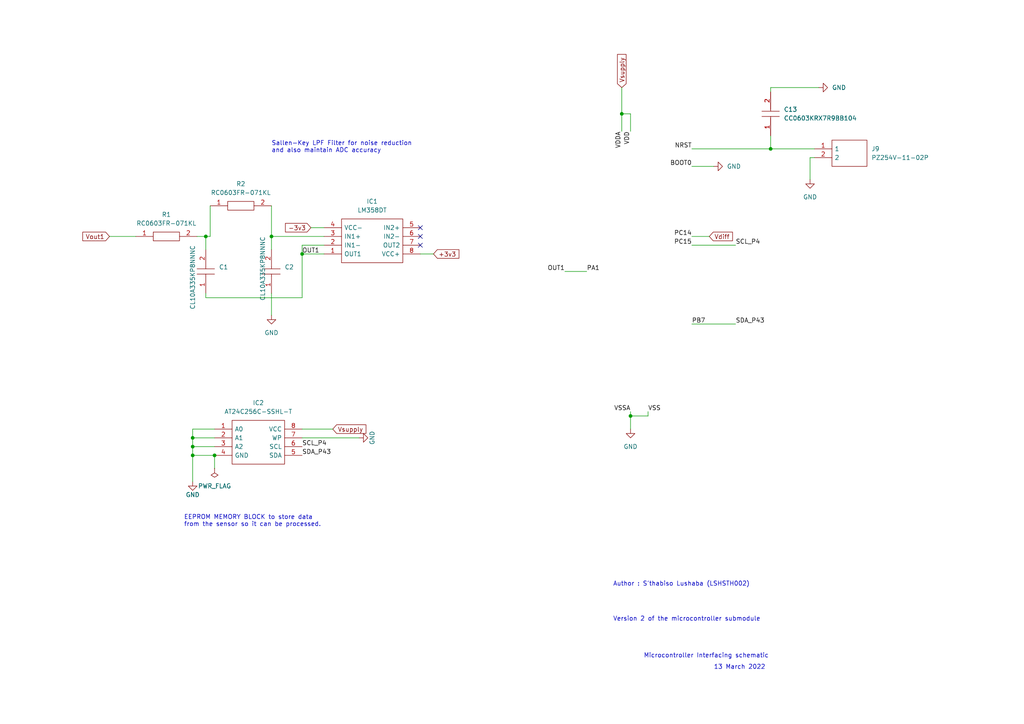
<source format=kicad_sch>
(kicad_sch (version 20211123) (generator eeschema)
  (paper "A4")
  (lib_symbols
    (symbol "SamacSys_Parts:LM358DT" (pin_names (offset 0.762))
      (property "Reference" "IC" (at 24.13 7.62 0))
      (property "Value" "LM358DT" (at 24.13 5.08 0))
      (symbol "LM358DT_0_0"
        (pin passive line (at 0 0 0) (length 5.08) (name "OUT1") (number "1"))
        (pin passive line (at 0 -2.54 0) (length 5.08) (name "IN1-") (number "2"))
        (pin passive line (at 0 -5.08 0) (length 5.08) (name "IN1+") (number "3"))
        (pin passive line (at 0 -7.62 0) (length 5.08) (name "VCC-") (number "4"))
        (pin passive line (at 27.94 -7.62 180) (length 5.08) (name "IN2+") (number "5"))
        (pin passive line (at 27.94 -5.08 180) (length 5.08) (name "IN2-") (number "6"))
        (pin passive line (at 27.94 -2.54 180) (length 5.08) (name "OUT2") (number "7"))
        (pin passive line (at 27.94 0 180) (length 5.08) (name "VCC+") (number "8"))
      )
      (symbol "LM358DT_0_1"
        (polyline (pts (xy 5.08 2.54) (xy 22.86 2.54) (xy 22.86 -10.16) (xy 5.08 -10.16) (xy 5.08 2.54)) (stroke (width 0.1524)))
      )
    )
    (symbol "SamacSys_Parts_Microcontroller:AT24C256C-SSHL-T" (pin_names (offset 0.762))
      (property "Reference" "IC" (at 21.59 7.62 0))
      (property "Value" "AT24C256C-SSHL-T" (at 21.59 5.08 0))
      (symbol "AT24C256C-SSHL-T_0_0"
        (pin passive line (at 0 0 0) (length 5.08) (name "A0") (number "1"))
        (pin passive line (at 0 -2.54 0) (length 5.08) (name "A1") (number "2"))
        (pin passive line (at 0 -5.08 0) (length 5.08) (name "A2") (number "3"))
        (pin power_in line (at 0 -7.62 0) (length 5.08) (name "GND") (number "4"))
        (pin passive line (at 25.4 -7.62 180) (length 5.08) (name "SDA") (number "5"))
        (pin passive line (at 25.4 -5.08 180) (length 5.08) (name "SCL") (number "6"))
        (pin passive line (at 25.4 -2.54 180) (length 5.08) (name "WP") (number "7"))
        (pin power_in line (at 25.4 0 180) (length 5.08) (name "VCC") (number "8"))
      )
      (symbol "AT24C256C-SSHL-T_0_1"
        (polyline (pts (xy 5.08 2.54) (xy 20.32 2.54) (xy 20.32 -10.16) (xy 5.08 -10.16) (xy 5.08 2.54)) (stroke (width 0.1524)))
      )
    )
    (symbol "SamacSys_Parts_Microcontroller:CL10A335KP8NNNC" (pin_names (offset 0.762))
      (property "Reference" "C" (at 8.89 6.35 0))
      (property "Value" "CL10A335KP8NNNC" (at 8.89 3.81 0))
      (symbol "CL10A335KP8NNNC_0_0"
        (pin passive line (at 0 0 0) (length 5.08) (name "~") (number "1"))
        (pin passive line (at 12.7 0 180) (length 5.08) (name "~") (number "2"))
      )
      (symbol "CL10A335KP8NNNC_0_1"
        (polyline (pts (xy 5.08 0) (xy 5.588 0)) (stroke (width 0.1524)))
        (polyline (pts (xy 5.588 2.54) (xy 5.588 -2.54)) (stroke (width 0.1524)))
        (polyline (pts (xy 7.112 0) (xy 7.62 0)) (stroke (width 0.1524)))
        (polyline (pts (xy 7.112 2.54) (xy 7.112 -2.54)) (stroke (width 0.1524)))
      )
    )
    (symbol "SamacSys_Parts_Microcontroller:RC0603FR-071KL" (pin_names (offset 0.762))
      (property "Reference" "R" (at 13.97 6.35 0))
      (property "Value" "RC0603FR-071KL" (at 13.97 3.81 0))
      (symbol "RC0603FR-071KL_0_0"
        (pin passive line (at 0 0 0) (length 5.08) (name "~") (number "1"))
        (pin passive line (at 17.78 0 180) (length 5.08) (name "~") (number "2"))
      )
      (symbol "RC0603FR-071KL_0_1"
        (polyline (pts (xy 5.08 1.27) (xy 12.7 1.27) (xy 12.7 -1.27) (xy 5.08 -1.27) (xy 5.08 1.27)) (stroke (width 0.1524)))
      )
    )
    (symbol "SamacSys_Parts_Power:CC0603KRX7R9BB104" (pin_names (offset 0.762))
      (property "Reference" "C" (at 8.89 6.35 0))
      (property "Value" "CC0603KRX7R9BB104" (at 8.89 3.81 0))
      (symbol "CC0603KRX7R9BB104_0_0"
        (pin passive line (at 0 0 0) (length 5.08) (name "~") (number "1"))
        (pin passive line (at 12.7 0 180) (length 5.08) (name "~") (number "2"))
      )
      (symbol "CC0603KRX7R9BB104_0_1"
        (polyline (pts (xy 5.08 0) (xy 5.588 0)) (stroke (width 0.1524)))
        (polyline (pts (xy 5.588 2.54) (xy 5.588 -2.54)) (stroke (width 0.1524)))
        (polyline (pts (xy 7.112 0) (xy 7.62 0)) (stroke (width 0.1524)))
        (polyline (pts (xy 7.112 2.54) (xy 7.112 -2.54)) (stroke (width 0.1524)))
      )
    )
    (symbol "SamacSys_Parts_Power:PZ254V-11-02P" (pin_names (offset 0.762))
      (property "Reference" "J" (at 16.51 7.62 0))
      (property "Value" "PZ254V-11-02P" (at 16.51 5.08 0))
      (symbol "PZ254V-11-02P_0_0"
        (pin passive line (at 0 0 0) (length 5.08) (name "1") (number "1"))
        (pin passive line (at 0 -2.54 0) (length 5.08) (name "2") (number "2"))
      )
      (symbol "PZ254V-11-02P_0_1"
        (polyline (pts (xy 5.08 2.54) (xy 15.24 2.54) (xy 15.24 -5.08) (xy 5.08 -5.08) (xy 5.08 2.54)) (stroke (width 0.1524)))
      )
    )
    (symbol "power:GND" (power) (pin_names (offset 0))
      (property "Value" "GND" (at 0 -3.81 0))
      (symbol "GND_0_1"
        (polyline (pts (xy 0 0) (xy 0 -1.27) (xy 1.27 -1.27) (xy 0 -2.54) (xy -1.27 -1.27) (xy 0 -1.27)))
      )
      (symbol "GND_1_1"
        (pin power_in line (at 0 0 270) (length 0) hide (name "GND") (number "1"))
      )
    )
    (symbol "power:PWR_FLAG" (power) (pin_numbers hide) (pin_names (offset 0) hide)
      (property "Value" "PWR_FLAG" (at 0 3.81 0))
      (symbol "PWR_FLAG_0_0"
        (pin power_out line (at 0 0 90) (length 0) (name "pwr") (number "1"))
      )
      (symbol "PWR_FLAG_0_1"
        (polyline (pts (xy 0 0) (xy 0 1.27) (xy -1.016 1.905) (xy 0 2.54) (xy 1.016 1.905) (xy 0 1.27)))
      )
    )
  )
  (junction (at 182.88 120.65))
  (junction (at 78.74 68.58))
  (junction (at 55.88 127))
  (junction (at 87.63 73.66))
  (junction (at 55.88 129.54))
  (junction (at 59.69 68.58))
  (junction (at 55.88 132.08))
  (junction (at 223.52 43.18))
  (junction (at 62.23 132.08))
  (junction (at 180.34 33.02))
  (no_connect (at 121.92 66.04))
  (no_connect (at 121.92 68.58))
  (no_connect (at 121.92 71.12))
  (wire (pts (xy 62.23 124.46) (xy 55.88 124.46)))
  (wire (pts (xy 237.49 25.4) (xy 223.52 25.4)))
  (wire (pts (xy 55.88 127) (xy 62.23 127)))
  (wire (pts (xy 87.63 71.12) (xy 93.98 71.12)))
  (wire (pts (xy 57.15 68.58) (xy 59.69 68.58)))
  (wire (pts (xy 182.88 120.65) (xy 187.96 120.65)))
  (wire (pts (xy 78.74 68.58) (xy 93.98 68.58)))
  (wire (pts (xy 55.88 132.08) (xy 62.23 132.08)))
  (wire (pts (xy 55.88 124.46) (xy 55.88 127)))
  (wire (pts (xy 223.52 43.18) (xy 236.22 43.18)))
  (wire (pts (xy 55.88 129.54) (xy 62.23 129.54)))
  (wire (pts (xy 59.69 68.58) (xy 59.69 72.39)))
  (wire (pts (xy 62.23 132.08) (xy 62.23 135.89)))
  (wire (pts (xy 87.63 73.66) (xy 87.63 71.12)))
  (wire (pts (xy 55.88 129.54) (xy 55.88 132.08)))
  (wire (pts (xy 187.96 119.38) (xy 187.96 120.65)))
  (wire (pts (xy 200.66 68.58) (xy 205.74 68.58)))
  (wire (pts (xy 182.88 119.38) (xy 182.88 120.65)))
  (wire (pts (xy 78.74 68.58) (xy 78.74 72.39)))
  (wire (pts (xy 87.63 86.36) (xy 87.63 73.66)))
  (wire (pts (xy 180.34 33.02) (xy 182.88 33.02)))
  (wire (pts (xy 87.63 124.46) (xy 96.52 124.46)))
  (wire (pts (xy 78.74 59.69) (xy 78.74 68.58)))
  (wire (pts (xy 59.69 86.36) (xy 87.63 86.36)))
  (wire (pts (xy 236.22 45.72) (xy 234.95 45.72)))
  (wire (pts (xy 78.74 85.09) (xy 78.74 91.44)))
  (wire (pts (xy 182.88 120.65) (xy 182.88 124.46)))
  (wire (pts (xy 87.63 73.66) (xy 93.98 73.66)))
  (wire (pts (xy 60.96 59.69) (xy 60.96 68.58)))
  (wire (pts (xy 200.66 71.12) (xy 213.36 71.12)))
  (wire (pts (xy 200.66 93.98) (xy 213.36 93.98)))
  (wire (pts (xy 121.92 73.66) (xy 125.73 73.66)))
  (wire (pts (xy 90.17 66.04) (xy 93.98 66.04)))
  (wire (pts (xy 31.75 68.58) (xy 39.37 68.58)))
  (wire (pts (xy 200.66 43.18) (xy 223.52 43.18)))
  (wire (pts (xy 60.96 68.58) (xy 59.69 68.58)))
  (wire (pts (xy 180.34 33.02) (xy 180.34 38.1)))
  (wire (pts (xy 59.69 85.09) (xy 59.69 86.36)))
  (wire (pts (xy 200.66 48.26) (xy 207.01 48.26)))
  (wire (pts (xy 180.34 25.4) (xy 180.34 33.02)))
  (wire (pts (xy 55.88 132.08) (xy 55.88 139.7)))
  (wire (pts (xy 87.63 127) (xy 104.14 127)))
  (wire (pts (xy 163.83 78.74) (xy 170.18 78.74)))
  (wire (pts (xy 55.88 127) (xy 55.88 129.54)))
  (wire (pts (xy 182.88 33.02) (xy 182.88 38.1)))
  (wire (pts (xy 234.95 45.72) (xy 234.95 52.07)))
  (wire (pts (xy 223.52 39.37) (xy 223.52 43.18)))
  (wire (pts (xy 223.52 25.4) (xy 223.52 26.67)))
  (text "Author : S'thabiso Lushaba (LSHSTH002)\n" (at 177.8 170.18 0) (effects (font (size 1.27 1.27)) (justify left bottom)))
  (text "Version 2 of the microcontroller submodule" (at 177.8 180.34 0) (effects (font (size 1.27 1.27)) (justify left bottom)))
  (text "Microcontroller Interfacing schematic\n\n" (at 186.69 193.04 0) (effects (font (size 1.27 1.27)) (justify left bottom)))
  (text "13 March 2022" (at 207.01 194.31 0) (effects (font (size 1.27 1.27)) (justify left bottom)))
  (text "EEPROM MEMORY BLOCK to store data \nfrom the sensor so it can be processed.\n\n" (at 53.34 154.94 0) (effects (font (size 1.27 1.27)) (justify left bottom)))
  (text "\n" (at 269.24 194.31 0) (effects (font (size 1.27 1.27)) (justify left bottom)))
  (text "Sallen-Key LPF Filter for noise reduction\nand also maintain ADC accuracy\n" (at 78.74 44.45 0) (effects (font (size 1.27 1.27)) (justify left bottom)))
  (label "PC14" (at 200.66 68.58 180))
  (label "VSS" (at 187.96 119.38 0))
  (label "PB7" (at 200.66 93.98 0))
  (label "NRST" (at 200.66 43.18 180))
  (label "BOOT0" (at 200.66 48.26 180))
  (label "PC15" (at 200.66 71.12 180))
  (label "SCL_P4" (at 87.63 129.54 0))
  (label "VDD" (at 182.88 38.1 270))
  (label "VDDA" (at 180.34 38.1 270))
  (label "SDA_P43" (at 213.36 93.98 0))
  (label "SCL_P4" (at 213.36 71.12 0))
  (label "VSSA" (at 182.88 119.38 180))
  (label "OUT1" (at 87.63 73.66 0))
  (label "PA1" (at 170.18 78.74 0))
  (label "SDA_P43" (at 87.63 132.08 0))
  (label "OUT1" (at 163.83 78.74 180))
  (global_label "-3v3" (shape input) (at 90.17 66.04 180) (property "Intersheet References" "${INTERSHEET_REFS}" (effects hide)))
  (global_label "Vout1" (shape input) (at 31.75 68.58 180) (property "Intersheet References" "${INTERSHEET_REFS}" (effects hide)))
  (global_label "Vsupply" (shape input) (at 96.52 124.46 0) (property "Intersheet References" "${INTERSHEET_REFS}" (effects hide)))
  (global_label "Vsupply" (shape input) (at 180.34 25.4 90) (property "Intersheet References" "${INTERSHEET_REFS}" (effects hide)))
  (global_label "+3v3" (shape input) (at 125.73 73.66 0) (property "Intersheet References" "${INTERSHEET_REFS}" (effects hide)))
  (global_label "Vdiff" (shape input) (at 205.74 68.58 0) (property "Intersheet References" "${INTERSHEET_REFS}" (effects hide)))
  (symbol (lib_id "SamacSys_Parts_Microcontroller:CL10A335KP8NNNC") (at 78.74 85.09 90) (unit 1)
    (property "Reference" "C2" (at 82.55 77.4699 90) (effects (justify right)))
    (property "Value" "CL10A335KP8NNNC" (at 76.2 68.58 0) (effects (justify right)))
    (property "Footprint" "SamacSys_Parts:CAPC1608X90N" (effects hide))
    (property "Datasheet" "https://datasheet.datasheetarchive.com/originals/dk/DKDS-19/373427.pdf" (effects hide))
    (property "Description" "Samsung" (effects hide))
    (property "Height" "0.9" (effects hide))
    (property "Manufacturer_Name" "Samsung Electro-Mechanics" (effects hide))
    (property "Manufacturer_Part_Number" "CL10A335KP8NNNC" (effects hide))
    (property "Mouser Part Number" "N/A" (effects hide))
    (property "Mouser Price/Stock" "https://www.mouser.com/Search/Refine.aspx?Keyword=N%2FA" (effects hide))
    (property "JLCPCB Part Number" "C51412" (effects hide))
    (property "Price" "$0.0143" (effects hide))
    (property "Comment" "3.3uF" (effects hide))
    (property "JLCPCB Part" "C51412" (effects hide))
    (property "LCSC" "C51412" (effects hide))
    (property "Price($)" "0.0136" (effects hide))
  )
  (symbol (lib_id "power:GND") (at 237.49 25.4 90) (unit 1)
    (property "Reference" "#PWR041" (effects hide))
    (property "Value" "GND" (at 241.3 25.3999 90) (effects (justify right)))
  )
  (symbol (lib_id "SamacSys_Parts_Microcontroller:RC0603FR-071KL") (at 60.96 59.69 0) (unit 1)
    (property "Reference" "R2" (at 69.85 53.34 0))
    (property "Value" "RC0603FR-071KL" (at 69.85 55.88 0))
    (property "Footprint" "SamacSys_Parts:RESC1608X55N" (effects hide))
    (property "Datasheet" "https://datasheet.datasheetarchive.com/originals/distributors/Datasheets_SAMA/902f9e387b938f871d31120f5fc1d65e.pdf" (effects hide))
    (property "Description" "GENERAL PURPOSE CHIP RESISTORS" (effects hide))
    (property "Height" "0.55" (effects hide))
    (property "Manufacturer_Name" "YAGEO (PHYCOMP)" (effects hide))
    (property "Manufacturer_Part_Number" "RC0603FR-071KL" (effects hide))
    (property "Mouser Part Number" "603-RC0603FR-071KL" (effects hide))
    (property "Mouser Price/Stock" "https://www.mouser.co.uk/ProductDetail/YAGEO/RC0603FR-071KL?qs=VU8sRB4EgwApHsk4rF%2F3zg%3D%3D" (effects hide))
    (property "Arrow Part Number" "RC0603FR-071KL" (effects hide))
    (property "Arrow Price/Stock" "https://www.arrow.com/en/products/rc0603fr-071kl/yageo?region=europe" (effects hide))
    (property "JLCPCB Part Number" "C22548" (effects hide))
    (property "Price" "$0.0012" (effects hide))
    (property "Comment" "1k" (effects hide))
    (property "LCSC" "C22548" (effects hide))
    (property "Price($)" "0.0013" (effects hide))
  )
  (symbol (lib_id "SamacSys_Parts:LM358DT") (at 93.98 73.66 0) (mirror x) (unit 1)
    (property "Reference" "IC1" (at 107.95 58.42 0))
    (property "Value" "LM358DT" (at 107.95 60.96 0))
    (property "Footprint" "SamacSys_Parts:SOIC127P600X175-8N" (effects hide))
    (property "Datasheet" "http://www.st.com/st-web-ui/static/active/en/resource/technical/document/datasheet/CD00000464.pdf" (effects hide))
    (property "Description" "LM358DT, Dual Operational Amplifier 1.1MHz 5 to 28V, 8-Pin SO" (effects hide))
    (property "Height" "1.75" (effects hide))
    (property "Manufacturer_Name" "STMicroelectronics" (effects hide))
    (property "Manufacturer_Part_Number" "LM358DT" (effects hide))
    (property "Mouser Part Number" "511-LM358DT" (effects hide))
    (property "Mouser Price/Stock" "https://www.mouser.co.uk/ProductDetail/STMicroelectronics/LM358DT?qs=omvQGv%252BAfzDWfqgV6a5v9A%3D%3D" (effects hide))
    (property "Arrow Part Number" "LM358DT" (effects hide))
    (property "Arrow Price/Stock" "https://www.arrow.com/en/products/lm358dt/stmicroelectronics?region=nac" (effects hide))
    (property "JLCPCB Part Number" "C9481" (effects hide))
    (property "Price" "$0.1043" (effects hide))
    (property "Comment" "LM358DT" (effects hide))
    (property "LCSC" "C9481" (effects hide))
    (property "Price($)" "0.1043" (effects hide))
  )
  (symbol (lib_id "power:PWR_FLAG") (at 62.23 135.89 180) (unit 1)
    (property "Reference" "#FLG07" (effects hide))
    (property "Value" "PWR_FLAG" (at 62.23 140.97 0))
  )
  (symbol (lib_id "power:GND") (at 234.95 52.07 0) (unit 1)
    (property "Reference" "#PWR040" (effects hide))
    (property "Value" "GND" (at 234.95 57.15 0))
  )
  (symbol (lib_id "power:GND") (at 182.88 124.46 0) (unit 1)
    (property "Reference" "#PWR0105" (effects hide))
    (property "Value" "GND" (at 182.88 129.54 0))
  )
  (symbol (lib_id "SamacSys_Parts_Power:PZ254V-11-02P") (at 236.22 43.18 0) (unit 1)
    (property "Reference" "J9" (at 252.73 43.1799 0) (effects (justify left)))
    (property "Value" "PZ254V-11-02P" (at 252.73 45.7199 0) (effects (justify left)))
    (property "Footprint" "SamacSys_Parts:HDRV2W64P0X254_1X2_508X250X873P" (effects hide))
    (property "Datasheet" "https://datasheet.lcsc.com/lcsc/2003141409_XFCN-PZ254V-11-02P_C492401.pdf" (effects hide))
    (property "Description" "Straight 1 2 2.54mm Black Brass Plugin,P=2.54mm Pin Headers ROHS" (effects hide))
    (property "Height" "8.73" (effects hide))
    (property "Manufacturer_Name" "XFCN" (effects hide))
    (property "Manufacturer_Part_Number" "PZ254V-11-02P" (effects hide))
    (property "Comment" "pin header (2x1)" (effects hide))
    (property "JLCPCB Part Number" "C492401" (effects hide))
    (property "LCSC" "C492401" (effects hide))
    (property "Price($)" "0.0106" (effects hide))
  )
  (symbol (lib_id "power:GND") (at 207.01 48.26 90) (unit 1)
    (property "Reference" "#PWR0107" (effects hide))
    (property "Value" "GND" (at 210.82 48.2599 90) (effects (justify right)))
  )
  (symbol (lib_id "SamacSys_Parts_Power:CC0603KRX7R9BB104") (at 223.52 39.37 90) (unit 1)
    (property "Reference" "C13" (at 227.33 31.7499 90) (effects (justify right)))
    (property "Value" "CC0603KRX7R9BB104" (at 227.33 34.2899 90) (effects (justify right)))
    (property "Footprint" "SamacSys_Parts:CAPC1608X90N" (effects hide))
    (property "Datasheet" "http://componentsearchengine.com/Datasheets/3/CC0603KRX7R9BB104.pdf" (effects hide))
    (property "Description" "CAPACITOR, 0603 100nF +/-10% 50V" (effects hide))
    (property "Height" "0.9" (effects hide))
    (property "Manufacturer_Name" "YAGEO (PHYCOMP)" (effects hide))
    (property "Manufacturer_Part_Number" "CC0603KRX7R9BB104" (effects hide))
    (property "Mouser Part Number" "603-CC603KRX7R9BB104" (effects hide))
    (property "Mouser Price/Stock" "https://www.mouser.co.uk/ProductDetail/YAGEO/CC0603KRX7R9BB104?qs=vTakOoo5QyLvVCYM2ge8LQ%3D%3D" (effects hide))
    (property "Arrow Part Number" "CC0603KRX7R9BB104" (effects hide))
    (property "Arrow Price/Stock" "https://www.arrow.com/en/products/cc0603krx7r9bb104/yageo?region=nac" (effects hide))
    (property "Comment" "100nF" (effects hide))
    (property "JLCPCB Part Number" "C14663" (effects hide))
    (property "LCSC" "C14663" (effects hide))
    (property "Price($)" "0.0025" (effects hide))
  )
  (symbol (lib_id "power:GND") (at 55.88 139.7 0) (unit 1)
    (property "Reference" "#PWR0103" (effects hide))
    (property "Value" "GND" (at 55.88 143.51 0))
  )
  (symbol (lib_id "SamacSys_Parts_Microcontroller:CL10A335KP8NNNC") (at 59.69 85.09 90) (unit 1)
    (property "Reference" "C1" (at 63.5 77.4699 90) (effects (justify right)))
    (property "Value" "CL10A335KP8NNNC" (at 55.88 71.12 0) (effects (justify right)))
    (property "Footprint" "SamacSys_Parts:CAPC1608X90N" (effects hide))
    (property "Datasheet" "https://datasheet.datasheetarchive.com/originals/dk/DKDS-19/373427.pdf" (effects hide))
    (property "Description" "Samsung" (effects hide))
    (property "Height" "0.9" (effects hide))
    (property "Manufacturer_Name" "Samsung Electro-Mechanics" (effects hide))
    (property "Manufacturer_Part_Number" "CL10A335KP8NNNC" (effects hide))
    (property "Mouser Part Number" "N/A" (effects hide))
    (property "Mouser Price/Stock" "https://www.mouser.com/Search/Refine.aspx?Keyword=N%2FA" (effects hide))
    (property "JLCPCB Part Number" "C51412" (effects hide))
    (property "Price" "$0.0143" (effects hide))
    (property "Comment" "3.3uF" (effects hide))
    (property "JLCPCB Part" "C51412" (effects hide))
    (property "LCSC" "C51412" (effects hide))
    (property "Price($)" "0.0136" (effects hide))
  )
  (symbol (lib_id "power:GND") (at 104.14 127 90) (unit 1)
    (property "Reference" "#PWR0102" (effects hide))
    (property "Value" "GND" (at 107.95 127 0))
  )
  (symbol (lib_id "power:GND") (at 78.74 91.44 0) (unit 1)
    (property "Reference" "#PWR0106" (effects hide))
    (property "Value" "GND" (at 78.74 96.52 0))
  )
  (symbol (lib_id "SamacSys_Parts_Microcontroller:RC0603FR-071KL") (at 39.37 68.58 0) (unit 1)
    (property "Reference" "R1" (at 48.26 62.23 0))
    (property "Value" "RC0603FR-071KL" (at 48.26 64.77 0))
    (property "Footprint" "SamacSys_Parts:RESC1608X55N" (effects hide))
    (property "Datasheet" "https://datasheet.datasheetarchive.com/originals/distributors/Datasheets_SAMA/902f9e387b938f871d31120f5fc1d65e.pdf" (effects hide))
    (property "Description" "GENERAL PURPOSE CHIP RESISTORS" (effects hide))
    (property "Height" "0.55" (effects hide))
    (property "Manufacturer_Name" "YAGEO (PHYCOMP)" (effects hide))
    (property "Manufacturer_Part_Number" "RC0603FR-071KL" (effects hide))
    (property "Mouser Part Number" "603-RC0603FR-071KL" (effects hide))
    (property "Mouser Price/Stock" "https://www.mouser.co.uk/ProductDetail/YAGEO/RC0603FR-071KL?qs=VU8sRB4EgwApHsk4rF%2F3zg%3D%3D" (effects hide))
    (property "Arrow Part Number" "RC0603FR-071KL" (effects hide))
    (property "Arrow Price/Stock" "https://www.arrow.com/en/products/rc0603fr-071kl/yageo?region=europe" (effects hide))
    (property "JLCPCB Part Number" "C22548" (effects hide))
    (property "Price" "$0.0012" (effects hide))
    (property "Comment" "1k" (effects hide))
    (property "LCSC" "C22548" (effects hide))
    (property "Price($)" "0.0013" (effects hide))
  )
  (symbol (lib_id "SamacSys_Parts_Microcontroller:AT24C256C-SSHL-T") (at 62.23 124.46 0) (unit 1)
    (property "Reference" "IC2" (at 74.93 116.84 0))
    (property "Value" "AT24C256C-SSHL-T" (at 74.93 119.38 0))
    (property "Footprint" "SamacSys_Parts:SOIC127P600X175-8N" (effects hide))
    (property "Datasheet" "http://www.atmel.com/Images/Atmel-8568-SEEPROM-AT24C256C-Datasheet.pdf" (effects hide))
    (property "Description" "EEPROM 256K (32K X 8), 2-WI 1.8V" (effects hide))
    (property "Height" "1.75" (effects hide))
    (property "Manufacturer_Name" "Microchip" (effects hide))
    (property "Manufacturer_Part_Number" "AT24C256C-SSHL-T" (effects hide))
    (property "Mouser Part Number" "556-AT24C256C-SSHL-T" (effects hide))
    (property "Mouser Price/Stock" "https://www.mouser.co.uk/ProductDetail/Microchip-Technology-Atmel/AT24C256C-SSHL-T?qs=fzsaQExJLyR3ptk4tHE3tA%3D%3D" (effects hide))
    (property "Arrow Part Number" "AT24C256C-SSHL-T" (effects hide))
    (property "Arrow Price/Stock" "https://www.arrow.com/en/products/at24c256c-sshl-t/microchip-technology?region=nac" (effects hide))
    (property "JLCPCB Part Number" "C6482" (effects hide))
    (property "Price" "$1.5556" (effects hide))
    (property "Comment" "EEEPROM" (effects hide))
    (property "JLCPCB Part" "C6482" (effects hide))
    (property "LCSC" "C6482" (effects hide))
    (property "Price($)" "1.5556" (effects hide))
  )
)
</source>
